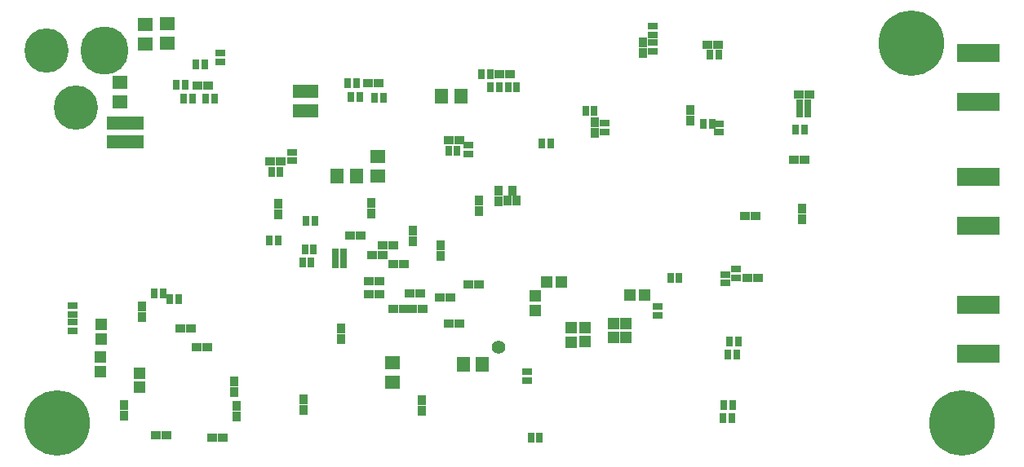
<source format=gbr>
G04 #@! TF.GenerationSoftware,KiCad,Pcbnew,(5.1.2)-1*
G04 #@! TF.CreationDate,2019-06-04T17:54:49-04:00*
G04 #@! TF.ProjectId,fmcw3,666d6377-332e-46b6-9963-61645f706362,rev?*
G04 #@! TF.SameCoordinates,Original*
G04 #@! TF.FileFunction,Soldermask,Bot*
G04 #@! TF.FilePolarity,Negative*
%FSLAX46Y46*%
G04 Gerber Fmt 4.6, Leading zero omitted, Abs format (unit mm)*
G04 Created by KiCad (PCBNEW (5.1.2)-1) date 2019-06-04 17:54:49*
%MOMM*%
%LPD*%
G04 APERTURE LIST*
%ADD10C,1.400000*%
%ADD11R,1.650000X1.400000*%
%ADD12R,0.900000X1.000000*%
%ADD13R,0.800000X1.000000*%
%ADD14R,0.860000X1.050000*%
%ADD15R,1.000000X0.800000*%
%ADD16R,4.460000X1.920000*%
%ADD17C,0.900000*%
%ADD18C,4.600000*%
%ADD19C,5.000000*%
%ADD20R,1.400000X1.650000*%
%ADD21R,1.000000X0.900000*%
%ADD22C,6.800000*%
%ADD23C,1.000000*%
%ADD24R,1.150000X1.200000*%
%ADD25R,1.200000X1.150000*%
G04 APERTURE END LIST*
D10*
X170225000Y-112700000D03*
D11*
X133575000Y-79125000D03*
X133575000Y-81125000D03*
X135875000Y-81050000D03*
X135875000Y-79050000D03*
D12*
X147350000Y-97750000D03*
X147350000Y-98850000D03*
D13*
X146450000Y-101600000D03*
X147350000Y-101600000D03*
D12*
X170250000Y-96400000D03*
X170250000Y-97500000D03*
D14*
X172150000Y-97450000D03*
X171150000Y-97450000D03*
X171650000Y-96400000D03*
D15*
X141400000Y-83000000D03*
X141400000Y-82100000D03*
D16*
X220050000Y-108280000D03*
X220050000Y-113360000D03*
D17*
X221800000Y-108720000D03*
X221300000Y-108720000D03*
X220800000Y-108720000D03*
X220300000Y-108720000D03*
X219800000Y-108720000D03*
X219300000Y-108720000D03*
X218800000Y-108720000D03*
X218300000Y-108720000D03*
X221800000Y-112920000D03*
X221300000Y-112920000D03*
X220800000Y-112920000D03*
X220300000Y-112920000D03*
X219800000Y-112920000D03*
X219300000Y-112920000D03*
X218800000Y-112920000D03*
X218300000Y-112920000D03*
D16*
X220050000Y-82130000D03*
X220050000Y-87210000D03*
D17*
X221800000Y-82570000D03*
X221300000Y-82570000D03*
X220800000Y-82570000D03*
X220300000Y-82570000D03*
X219800000Y-82570000D03*
X219300000Y-82570000D03*
X218800000Y-82570000D03*
X218300000Y-82570000D03*
X221800000Y-86770000D03*
X221300000Y-86770000D03*
X220800000Y-86770000D03*
X220300000Y-86770000D03*
X219800000Y-86770000D03*
X219300000Y-86770000D03*
X218800000Y-86770000D03*
X218300000Y-86770000D03*
D16*
X220050000Y-94960000D03*
X220050000Y-100040000D03*
D17*
X221800000Y-95400000D03*
X221300000Y-95400000D03*
X220800000Y-95400000D03*
X220300000Y-95400000D03*
X219800000Y-95400000D03*
X219300000Y-95400000D03*
X218800000Y-95400000D03*
X218300000Y-95400000D03*
X221800000Y-99600000D03*
X221300000Y-99600000D03*
X220800000Y-99600000D03*
X220300000Y-99600000D03*
X219800000Y-99600000D03*
X219300000Y-99600000D03*
X218800000Y-99600000D03*
X218300000Y-99600000D03*
D12*
X162250000Y-119300000D03*
X162250000Y-118200000D03*
X150025000Y-118075000D03*
X150025000Y-119175000D03*
D18*
X126375000Y-87750000D03*
D19*
X129375000Y-81850000D03*
D18*
X123375000Y-81850000D03*
D11*
X149650000Y-86075000D03*
X149650000Y-88075000D03*
X150800000Y-88075000D03*
X150800000Y-86075000D03*
D20*
X166350000Y-86600000D03*
X164350000Y-86600000D03*
D13*
X174750000Y-91500000D03*
X175650000Y-91500000D03*
D20*
X153500000Y-94850000D03*
X155500000Y-94850000D03*
D21*
X200925000Y-93200000D03*
X202025000Y-93200000D03*
D22*
X218350000Y-120550000D03*
D23*
X220750000Y-120550000D03*
X220047056Y-122247056D03*
X218350000Y-122950000D03*
X216652944Y-122247056D03*
X215950000Y-120550000D03*
X216652944Y-118852944D03*
X218350000Y-118150000D03*
X220047056Y-118852944D03*
X214797056Y-79402944D03*
X213100000Y-78700000D03*
X211402944Y-79402944D03*
X210700000Y-81100000D03*
X211402944Y-82797056D03*
X213100000Y-83500000D03*
X214797056Y-82797056D03*
X215500000Y-81100000D03*
D22*
X213100000Y-81100000D03*
X124450000Y-120550000D03*
D23*
X126850000Y-120550000D03*
X126147056Y-122247056D03*
X124450000Y-122950000D03*
X122752944Y-122247056D03*
X122050000Y-120550000D03*
X122752944Y-118852944D03*
X124450000Y-118150000D03*
X126147056Y-118852944D03*
D21*
X140050000Y-112650000D03*
X138950000Y-112650000D03*
D12*
X133250000Y-109550000D03*
X133250000Y-108450000D03*
D21*
X140500000Y-122050000D03*
X141600000Y-122050000D03*
D12*
X131350000Y-119750000D03*
X131350000Y-118650000D03*
X143060000Y-118785000D03*
X143060000Y-119885000D03*
D21*
X138300000Y-110700000D03*
X137200000Y-110700000D03*
D12*
X142785000Y-116235000D03*
X142785000Y-117335000D03*
D24*
X128950000Y-113700000D03*
X128950000Y-115200000D03*
X133000000Y-116850000D03*
X133000000Y-115350000D03*
D21*
X157850000Y-105800000D03*
X156750000Y-105800000D03*
X164128548Y-107492216D03*
X165228548Y-107492216D03*
X193000000Y-81270000D03*
X191900000Y-81270000D03*
X202480000Y-86385000D03*
X201380000Y-86385000D03*
X195800000Y-99025000D03*
X196900000Y-99025000D03*
D12*
X180223022Y-89261050D03*
X180223022Y-90361050D03*
D21*
X156720000Y-85190000D03*
X157820000Y-85190000D03*
X166200000Y-91150000D03*
X165100000Y-91150000D03*
D12*
X190150000Y-89100000D03*
X190150000Y-88000000D03*
D21*
X140120000Y-85466572D03*
X139020000Y-85466572D03*
X196100000Y-105475000D03*
X197200000Y-105475000D03*
X147625350Y-93363810D03*
X146525350Y-93363810D03*
D12*
X185241322Y-82080700D03*
X185241322Y-80980700D03*
D21*
X171400000Y-84256798D03*
X170300000Y-84256798D03*
D12*
X161368548Y-101652216D03*
X161368548Y-100552216D03*
D21*
X160468548Y-108642216D03*
X159368548Y-108642216D03*
X158228548Y-103052216D03*
X157128548Y-103052216D03*
X156758548Y-107142216D03*
X157858548Y-107142216D03*
X159348548Y-104062216D03*
X160448548Y-104062216D03*
X158258548Y-102072216D03*
X159358548Y-102072216D03*
X154878548Y-101082216D03*
X155978548Y-101082216D03*
D12*
X164218548Y-103212216D03*
X164218548Y-102112216D03*
X153868548Y-111812216D03*
X153868548Y-110712216D03*
D21*
X167098548Y-106142216D03*
X168198548Y-106142216D03*
X162378548Y-108642216D03*
X161278548Y-108642216D03*
D12*
X157050000Y-97650000D03*
X157050000Y-98750000D03*
X201750000Y-99400000D03*
X201750000Y-98300000D03*
X168198548Y-98482216D03*
X168198548Y-97382216D03*
D21*
X162158548Y-107082216D03*
X161058548Y-107082216D03*
X165048548Y-110222216D03*
X166148548Y-110222216D03*
X134650000Y-121800000D03*
X135750000Y-121800000D03*
D25*
X185400000Y-107200000D03*
X183900000Y-107200000D03*
D24*
X182200000Y-110170000D03*
X182200000Y-111670000D03*
X129000000Y-110300000D03*
X129000000Y-111800000D03*
X183430000Y-110170000D03*
X183430000Y-111670000D03*
X174065536Y-107325694D03*
X174065536Y-108825694D03*
X179200000Y-112110000D03*
X179200000Y-110610000D03*
X177800000Y-110630000D03*
X177800000Y-112130000D03*
D25*
X176750000Y-105900000D03*
X175250000Y-105900000D03*
D11*
X157750000Y-94850000D03*
X157750000Y-92850000D03*
X132690000Y-89340000D03*
X132690000Y-91340000D03*
X131000000Y-87150000D03*
X131000000Y-85150000D03*
X130390000Y-91340000D03*
X130390000Y-89340000D03*
X131490000Y-89340000D03*
X131490000Y-91340000D03*
D20*
X168580000Y-114480000D03*
X166580000Y-114480000D03*
D11*
X159210000Y-114270000D03*
X159210000Y-116270000D03*
D13*
X193080000Y-82240000D03*
X192180000Y-82240000D03*
D15*
X167140000Y-91660000D03*
X167140000Y-92560000D03*
D13*
X165950000Y-92250000D03*
X165050000Y-92250000D03*
X202380000Y-88310000D03*
X201480000Y-88310000D03*
X191510000Y-89430000D03*
X192410000Y-89430000D03*
D15*
X193130000Y-89430000D03*
X193130000Y-90330000D03*
D13*
X155850000Y-86710000D03*
X154950000Y-86710000D03*
X171250000Y-85656798D03*
X172150000Y-85656798D03*
X170300000Y-85656798D03*
X169400000Y-85656798D03*
X139870000Y-86826572D03*
X140770000Y-86826572D03*
X138510000Y-86866572D03*
X137610000Y-86866572D03*
X138860000Y-83250000D03*
X139760000Y-83250000D03*
X158310000Y-86720000D03*
X157410000Y-86720000D03*
X201455000Y-87410000D03*
X202355000Y-87410000D03*
D15*
X148825350Y-92413810D03*
X148825350Y-93313810D03*
D13*
X136810000Y-85406572D03*
X137710000Y-85406572D03*
X169400000Y-84256798D03*
X168500000Y-84256798D03*
X154610000Y-85210000D03*
X155510000Y-85210000D03*
D15*
X181233022Y-89371050D03*
X181233022Y-90271050D03*
D13*
X180193022Y-88141050D03*
X179293022Y-88141050D03*
X147575350Y-94463810D03*
X146675350Y-94463810D03*
D15*
X186271322Y-80220700D03*
X186271322Y-79320700D03*
X194860000Y-104550000D03*
X194860000Y-105450000D03*
X193825000Y-105100000D03*
X193825000Y-106000000D03*
D13*
X202010000Y-90050000D03*
X201110000Y-90050000D03*
D15*
X186231322Y-81030700D03*
X186231322Y-81930700D03*
D13*
X150800000Y-103850000D03*
X149900000Y-103850000D03*
X174500000Y-122030000D03*
X173600000Y-122030000D03*
X150150000Y-102500000D03*
X151050000Y-102500000D03*
X151200000Y-99550000D03*
X150300000Y-99550000D03*
D15*
X173180000Y-115240000D03*
X173180000Y-116140000D03*
D13*
X153290000Y-102920000D03*
X154190000Y-102920000D03*
X153280000Y-103910000D03*
X154180000Y-103910000D03*
X134550000Y-107050000D03*
X135450000Y-107050000D03*
X188100000Y-105500000D03*
X189000000Y-105500000D03*
D15*
X186750000Y-109360000D03*
X186750000Y-108460000D03*
D13*
X137060000Y-107690000D03*
X136160000Y-107690000D03*
D15*
X126050000Y-108350000D03*
X126050000Y-109250000D03*
D13*
X194200000Y-112100000D03*
X195100000Y-112100000D03*
X194950000Y-113450000D03*
X194050000Y-113450000D03*
X194525000Y-118700000D03*
X193625000Y-118700000D03*
X193550000Y-120025000D03*
X194450000Y-120025000D03*
D15*
X126050000Y-110050000D03*
X126050000Y-110950000D03*
M02*

</source>
